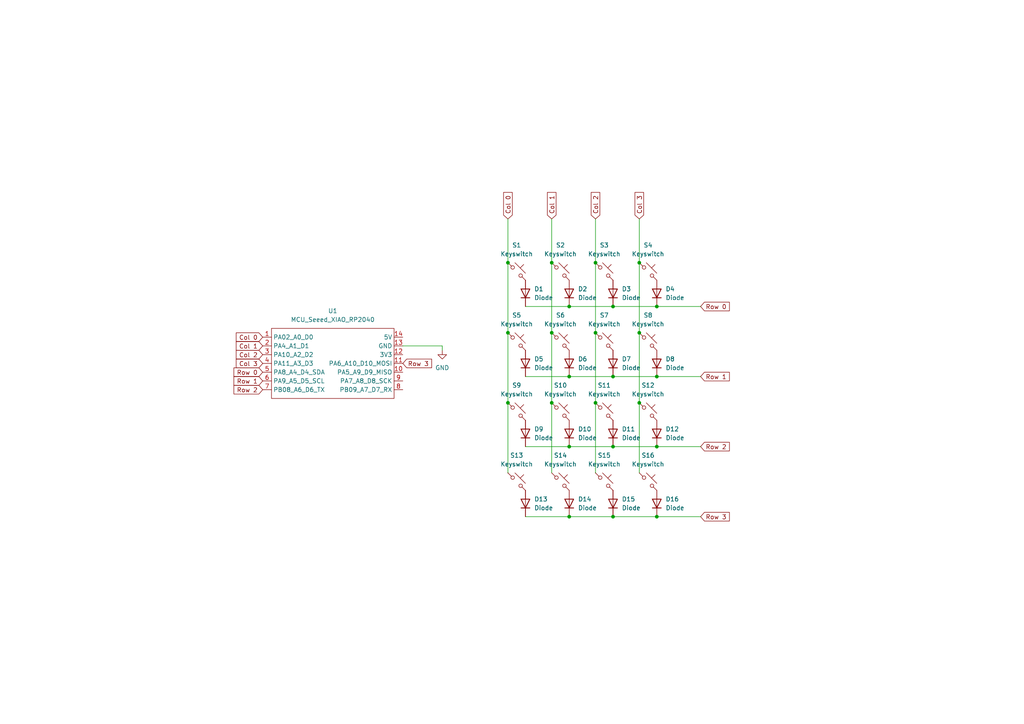
<source format=kicad_sch>
(kicad_sch (version 20231120) (generator "eeschema") (generator_version "8.0")
  (paper "A4")
  (lib_symbols
    (symbol "ScottoKeebs:MCU_Seeed_XIAO_RP2040"
      (property "Reference" "U" (at -16.51 11.43 0))
      (property "Value" "MCU_Seeed_XIAO_RP2040" (at -3.81 -11.43 0))
      (symbol "MCU_Seeed_XIAO_RP2040_0_1"
        (rectangle (start -16.51 10.16) (end 19.05 -10.16))
      )
      (symbol "MCU_Seeed_XIAO_RP2040_1_1"
        (pin passive line (at -19.05 7.62 0) (length 2.54) (name "PA02_A0_D0") (number "1"))
        (pin passive line (at 21.59 -2.54 180) (length 2.54) (name "PA5_A9_D9_MISO") (number "10"))
        (pin passive line (at 21.59 0 180) (length 2.54) (name "PA6_A10_D10_MOSI") (number "11"))
        (pin passive line (at 21.59 2.54 180) (length 2.54) (name "3V3") (number "12"))
        (pin passive line (at 21.59 5.08 180) (length 2.54) (name "GND") (number "13"))
        (pin passive line (at 21.59 7.62 180) (length 2.54) (name "5V") (number "14"))
        (pin passive line (at -19.05 5.08 0) (length 2.54) (name "PA4_A1_D1") (number "2"))
        (pin passive line (at -19.05 2.54 0) (length 2.54) (name "PA10_A2_D2") (number "3"))
        (pin passive line (at -19.05 0 0) (length 2.54) (name "PA11_A3_D3") (number "4"))
        (pin passive line (at -19.05 -2.54 0) (length 2.54) (name "PA8_A4_D4_SDA") (number "5"))
        (pin passive line (at -19.05 -5.08 0) (length 2.54) (name "PA9_A5_D5_SCL") (number "6"))
        (pin passive line (at -19.05 -7.62 0) (length 2.54) (name "PB08_A6_D6_TX") (number "7"))
        (pin passive line (at 21.59 -7.62 180) (length 2.54) (name "PB09_A7_D7_RX") (number "8"))
        (pin passive line (at 21.59 -5.08 180) (length 2.54) (name "PA7_A8_D8_SCK") (number "9"))
      )
    )
    (symbol "ScottoKeebs:Placeholder_Diode" (pin_numbers hide) (pin_names hide)
      (property "Reference" "D" (at 0 2.54 0))
      (property "Value" "Diode" (at 0 -2.54 0))
      (symbol "Placeholder_Diode_0_1"
        (polyline (pts (xy -1.27 1.27) (xy -1.27 -1.27)) (stroke (width 0.254)))
        (polyline (pts (xy 1.27 0) (xy -1.27 0)))
        (polyline (pts (xy 1.27 1.27) (xy 1.27 -1.27) (xy -1.27 0) (xy 1.27 1.27)) (stroke (width 0.254)))
      )
      (symbol "Placeholder_Diode_1_1"
        (pin passive line (at -3.81 0 0) (length 2.54) (name "K") (number "1"))
        (pin passive line (at 3.81 0 180) (length 2.54) (name "A") (number "2"))
      )
    )
    (symbol "ScottoKeebs:Placeholder_Keyswitch" (pin_numbers hide) (pin_names (offset 1.016) hide)
      (property "Reference" "S" (at 3.048 1.016 0))
      (property "Value" "Keyswitch" (at 0 -3.81 0))
      (symbol "Placeholder_Keyswitch_0_1"
        (circle (center -1.1684 1.1684) (radius 0.508))
        (polyline (pts (xy -0.508 2.54) (xy 2.54 -0.508)))
        (polyline (pts (xy 1.016 1.016) (xy 2.032 2.032)))
        (polyline (pts (xy -2.54 2.54) (xy -1.524 1.524) (xy -1.524 1.524)))
        (polyline (pts (xy 1.524 -1.524) (xy 2.54 -2.54) (xy 2.54 -2.54) (xy 2.54 -2.54)))
        (circle (center 1.143 -1.1938) (radius 0.508))
        (pin passive line (at -2.54 2.54 0) (length 0) (name "1") (number "1"))
        (pin passive line (at 2.54 -2.54 180) (length 0) (name "2") (number "2"))
      )
    )
    (symbol "power:GND" (power) (pin_numbers hide) (pin_names (offset 0) hide)
      (property "Value" "GND" (at 0 -3.81 0))
      (symbol "GND_0_1"
        (polyline (pts (xy 0 0) (xy 0 -1.27) (xy 1.27 -1.27) (xy 0 -2.54) (xy -1.27 -1.27) (xy 0 -1.27)))
      )
      (symbol "GND_1_1"
        (pin power_in line (at 0 0 270) (length 0) (name "~") (number "1"))
      )
    )
  )
  (junction (at 147.32 116.84))
  (junction (at 190.5 109.22))
  (junction (at 172.72 76.2))
  (junction (at 160.02 96.52))
  (junction (at 147.32 76.2))
  (junction (at 165.1 149.86))
  (junction (at 172.72 96.52))
  (junction (at 190.5 129.54))
  (junction (at 172.72 116.84))
  (junction (at 177.8 109.22))
  (junction (at 160.02 116.84))
  (junction (at 165.1 109.22))
  (junction (at 160.02 76.2))
  (junction (at 185.42 116.84))
  (junction (at 185.42 76.2))
  (junction (at 177.8 149.86))
  (junction (at 177.8 129.54))
  (junction (at 185.42 96.52))
  (junction (at 177.8 88.9))
  (junction (at 165.1 88.9))
  (junction (at 190.5 88.9))
  (junction (at 147.32 96.52))
  (junction (at 190.5 149.86))
  (junction (at 165.1 129.54))
  (wire (pts (xy 165.1 149.86) (xy 177.8 149.86)))
  (wire (pts (xy 172.72 116.84) (xy 172.72 137.16)))
  (wire (pts (xy 165.1 129.54) (xy 177.8 129.54)))
  (wire (pts (xy 203.2 149.86) (xy 190.5 149.86)))
  (wire (pts (xy 147.32 76.2) (xy 147.32 96.52)))
  (wire (pts (xy 165.1 88.9) (xy 177.8 88.9)))
  (wire (pts (xy 177.8 129.54) (xy 190.5 129.54)))
  (wire (pts (xy 177.8 88.9) (xy 190.5 88.9)))
  (wire (pts (xy 152.4 149.86) (xy 165.1 149.86)))
  (wire (pts (xy 152.4 129.54) (xy 165.1 129.54)))
  (wire (pts (xy 147.32 63.5) (xy 147.32 76.2)))
  (wire (pts (xy 177.8 109.22) (xy 190.5 109.22)))
  (wire (pts (xy 165.1 109.22) (xy 177.8 109.22)))
  (wire (pts (xy 203.2 109.22) (xy 190.5 109.22)))
  (wire (pts (xy 147.32 116.84) (xy 147.32 137.16)))
  (wire (pts (xy 128.27 100.33) (xy 128.27 101.6)))
  (wire (pts (xy 160.02 63.5) (xy 160.02 76.2)))
  (wire (pts (xy 172.72 96.52) (xy 172.72 116.84)))
  (wire (pts (xy 160.02 116.84) (xy 160.02 137.16)))
  (wire (pts (xy 160.02 96.52) (xy 160.02 116.84)))
  (wire (pts (xy 116.84 100.33) (xy 128.27 100.33)))
  (wire (pts (xy 185.42 63.5) (xy 185.42 76.2)))
  (wire (pts (xy 190.5 129.54) (xy 203.2 129.54)))
  (wire (pts (xy 172.72 76.2) (xy 172.72 96.52)))
  (wire (pts (xy 172.72 63.5) (xy 172.72 76.2)))
  (wire (pts (xy 160.02 76.2) (xy 160.02 96.52)))
  (wire (pts (xy 152.4 88.9) (xy 165.1 88.9)))
  (wire (pts (xy 147.32 96.52) (xy 147.32 116.84)))
  (wire (pts (xy 185.42 116.84) (xy 185.42 137.16)))
  (wire (pts (xy 152.4 109.22) (xy 165.1 109.22)))
  (wire (pts (xy 177.8 149.86) (xy 190.5 149.86)))
  (wire (pts (xy 185.42 96.52) (xy 185.42 116.84)))
  (wire (pts (xy 203.2 88.9) (xy 190.5 88.9)))
  (wire (pts (xy 185.42 76.2) (xy 185.42 96.52)))
  (global_label "Col 2" (shape input) (at 76.2 102.87 180) (property "Intersheetrefs" "${INTERSHEET_REFS}" (effects (hide yes))))
  (global_label "Col 1" (shape input) (at 160.02 63.5 90) (property "Intersheetrefs" "${INTERSHEET_REFS}" (effects (hide yes))))
  (global_label "Row 0" (shape input) (at 76.2 107.95 180) (property "Intersheetrefs" "${INTERSHEET_REFS}" (effects (hide yes))))
  (global_label "Col 2" (shape input) (at 172.72 63.5 90) (property "Intersheetrefs" "${INTERSHEET_REFS}" (effects (hide yes))))
  (global_label "Col 3" (shape input) (at 185.42 63.5 90) (property "Intersheetrefs" "${INTERSHEET_REFS}" (effects (hide yes))))
  (global_label "Col 0" (shape input) (at 147.32 63.5 90) (property "Intersheetrefs" "${INTERSHEET_REFS}" (effects (hide yes))))
  (global_label "Row 0" (shape input) (at 203.2 88.9 0) (property "Intersheetrefs" "${INTERSHEET_REFS}" (effects (hide yes))))
  (global_label "Col 1" (shape input) (at 76.2 100.33 180) (property "Intersheetrefs" "${INTERSHEET_REFS}" (effects (hide yes))))
  (global_label "Col 0" (shape input) (at 76.2 97.79 180) (property "Intersheetrefs" "${INTERSHEET_REFS}" (effects (hide yes))))
  (global_label "Col 3" (shape input) (at 76.2 105.41 180) (property "Intersheetrefs" "${INTERSHEET_REFS}" (effects (hide yes))))
  (global_label "Row 1" (shape input) (at 76.2 110.49 180) (property "Intersheetrefs" "${INTERSHEET_REFS}" (effects (hide yes))))
  (global_label "Row 3" (shape input) (at 116.84 105.41 0) (property "Intersheetrefs" "${INTERSHEET_REFS}" (effects (hide yes))))
  (global_label "Row 2" (shape input) (at 76.2 113.03 180) (property "Intersheetrefs" "${INTERSHEET_REFS}" (effects (hide yes))))
  (global_label "Row 3" (shape input) (at 203.2 149.86 0) (property "Intersheetrefs" "${INTERSHEET_REFS}" (effects (hide yes))))
  (global_label "Row 2" (shape input) (at 203.2 129.54 0) (property "Intersheetrefs" "${INTERSHEET_REFS}" (effects (hide yes))))
  (global_label "Row 1" (shape input) (at 203.2 109.22 0) (property "Intersheetrefs" "${INTERSHEET_REFS}" (effects (hide yes))))
  (symbol (lib_id "ScottoKeebs:Placeholder_Keyswitch") (at 162.56 78.74 0) (unit 1)
    (property "Reference" "S2" (at 162.56 71.12 0))
    (property "Value" "Keyswitch" (at 162.56 73.66 0))
    (property "Footprint" "ScottoKeebs_MX:MX_PCB_1.00u" (effects (hide yes)))
    (property "Description" "Push button switch, normally open, two pins, 45° tilted" (effects (hide yes)))
  )
  (symbol (lib_id "ScottoKeebs:Placeholder_Keyswitch") (at 149.86 119.38 0) (unit 1)
    (property "Reference" "S9" (at 149.86 111.76 0))
    (property "Value" "Keyswitch" (at 149.86 114.3 0))
    (property "Footprint" "ScottoKeebs_MX:MX_PCB_1.00u" (effects (hide yes)))
    (property "Description" "Push button switch, normally open, two pins, 45° tilted" (effects (hide yes)))
  )
  (symbol (lib_id "ScottoKeebs:Placeholder_Keyswitch") (at 162.56 139.7 0) (unit 1)
    (property "Reference" "S14" (at 162.56 132.08 0))
    (property "Value" "Keyswitch" (at 162.56 134.62 0))
    (property "Footprint" "ScottoKeebs_MX:MX_PCB_1.00u" (effects (hide yes)))
    (property "Description" "Push button switch, normally open, two pins, 45° tilted" (effects (hide yes)))
  )
  (symbol (lib_id "ScottoKeebs:Placeholder_Diode") (at 152.4 146.05 90) (unit 1)
    (property "Reference" "D13" (at 154.94 144.7799 90) (effects (justify right)))
    (property "Value" "Diode" (at 154.94 147.3199 90) (effects (justify right)))
    (property "Footprint" "ScottoKeebs_Components:Diode_DO-35" (effects (hide yes)))
    (property "Description" "1N4148 (DO-35) or 1N4148W (SOD-123)" (effects (hide yes)))
    (property "Sim.Device" "D" (effects (hide yes)))
    (property "Sim.Pins" "1=K 2=A" (effects (hide yes)))
  )
  (symbol (lib_id "ScottoKeebs:Placeholder_Keyswitch") (at 162.56 99.06 0) (unit 1)
    (property "Reference" "S6" (at 162.56 91.44 0))
    (property "Value" "Keyswitch" (at 162.56 93.98 0))
    (property "Footprint" "ScottoKeebs_MX:MX_PCB_1.00u" (effects (hide yes)))
    (property "Description" "Push button switch, normally open, two pins, 45° tilted" (effects (hide yes)))
  )
  (symbol (lib_id "ScottoKeebs:Placeholder_Keyswitch") (at 187.96 99.06 0) (unit 1)
    (property "Reference" "S8" (at 187.96 91.44 0))
    (property "Value" "Keyswitch" (at 187.96 93.98 0))
    (property "Footprint" "ScottoKeebs_MX:MX_PCB_1.00u" (effects (hide yes)))
    (property "Description" "Push button switch, normally open, two pins, 45° tilted" (effects (hide yes)))
  )
  (symbol (lib_id "ScottoKeebs:Placeholder_Keyswitch") (at 187.96 139.7 0) (unit 1)
    (property "Reference" "S16" (at 187.96 132.08 0))
    (property "Value" "Keyswitch" (at 187.96 134.62 0))
    (property "Footprint" "ScottoKeebs_MX:MX_PCB_1.00u" (effects (hide yes)))
    (property "Description" "Push button switch, normally open, two pins, 45° tilted" (effects (hide yes)))
  )
  (symbol (lib_id "ScottoKeebs:Placeholder_Diode") (at 165.1 125.73 90) (unit 1)
    (property "Reference" "D10" (at 167.64 124.4599 90) (effects (justify right)))
    (property "Value" "Diode" (at 167.64 126.9999 90) (effects (justify right)))
    (property "Footprint" "ScottoKeebs_Components:Diode_DO-35" (effects (hide yes)))
    (property "Description" "1N4148 (DO-35) or 1N4148W (SOD-123)" (effects (hide yes)))
    (property "Sim.Device" "D" (effects (hide yes)))
    (property "Sim.Pins" "1=K 2=A" (effects (hide yes)))
  )
  (symbol (lib_id "ScottoKeebs:MCU_Seeed_XIAO_RP2040") (at 95.25 105.41 0) (unit 1)
    (property "Reference" "U1" (at 96.52 90.17 0))
    (property "Value" "MCU_Seeed_XIAO_RP2040" (at 96.52 92.71 0))
    (property "Footprint" "XIAO_PCB:MOUDLE14P-2.54-21X17.8MM" (effects (hide yes)))
  )
  (symbol (lib_id "ScottoKeebs:Placeholder_Keyswitch") (at 175.26 119.38 0) (unit 1)
    (property "Reference" "S11" (at 175.26 111.76 0))
    (property "Value" "Keyswitch" (at 175.26 114.3 0))
    (property "Footprint" "ScottoKeebs_MX:MX_PCB_1.00u" (effects (hide yes)))
    (property "Description" "Push button switch, normally open, two pins, 45° tilted" (effects (hide yes)))
  )
  (symbol (lib_id "ScottoKeebs:Placeholder_Diode") (at 190.5 85.09 90) (unit 1)
    (property "Reference" "D4" (at 193.04 83.8199 90) (effects (justify right)))
    (property "Value" "Diode" (at 193.04 86.3599 90) (effects (justify right)))
    (property "Footprint" "ScottoKeebs_Components:Diode_DO-35" (effects (hide yes)))
    (property "Description" "1N4148 (DO-35) or 1N4148W (SOD-123)" (effects (hide yes)))
    (property "Sim.Device" "D" (effects (hide yes)))
    (property "Sim.Pins" "1=K 2=A" (effects (hide yes)))
  )
  (symbol (lib_id "ScottoKeebs:Placeholder_Diode") (at 190.5 125.73 90) (unit 1)
    (property "Reference" "D12" (at 193.04 124.4599 90) (effects (justify right)))
    (property "Value" "Diode" (at 193.04 126.9999 90) (effects (justify right)))
    (property "Footprint" "ScottoKeebs_Components:Diode_DO-35" (effects (hide yes)))
    (property "Description" "1N4148 (DO-35) or 1N4148W (SOD-123)" (effects (hide yes)))
    (property "Sim.Device" "D" (effects (hide yes)))
    (property "Sim.Pins" "1=K 2=A" (effects (hide yes)))
  )
  (symbol (lib_id "power:GND") (at 128.27 101.6 0) (unit 1)
    (property "Reference" "#PWR01" (effects (hide yes)))
    (property "Value" "GND" (at 128.27 106.68 0))
    (property "Description" "Power symbol creates a global label with name \"GND\" , ground" (effects (hide yes)))
  )
  (symbol (lib_id "ScottoKeebs:Placeholder_Diode") (at 152.4 105.41 90) (unit 1)
    (property "Reference" "D5" (at 154.94 104.1399 90) (effects (justify right)))
    (property "Value" "Diode" (at 154.94 106.6799 90) (effects (justify right)))
    (property "Footprint" "ScottoKeebs_Components:Diode_DO-35" (effects (hide yes)))
    (property "Description" "1N4148 (DO-35) or 1N4148W (SOD-123)" (effects (hide yes)))
    (property "Sim.Device" "D" (effects (hide yes)))
    (property "Sim.Pins" "1=K 2=A" (effects (hide yes)))
  )
  (symbol (lib_id "ScottoKeebs:Placeholder_Diode") (at 177.8 105.41 90) (unit 1)
    (property "Reference" "D7" (at 180.34 104.1399 90) (effects (justify right)))
    (property "Value" "Diode" (at 180.34 106.6799 90) (effects (justify right)))
    (property "Footprint" "ScottoKeebs_Components:Diode_DO-35" (effects (hide yes)))
    (property "Description" "1N4148 (DO-35) or 1N4148W (SOD-123)" (effects (hide yes)))
    (property "Sim.Device" "D" (effects (hide yes)))
    (property "Sim.Pins" "1=K 2=A" (effects (hide yes)))
  )
  (symbol (lib_id "ScottoKeebs:Placeholder_Keyswitch") (at 162.56 119.38 0) (unit 1)
    (property "Reference" "S10" (at 162.56 111.76 0))
    (property "Value" "Keyswitch" (at 162.56 114.3 0))
    (property "Footprint" "ScottoKeebs_MX:MX_PCB_1.00u" (effects (hide yes)))
    (property "Description" "Push button switch, normally open, two pins, 45° tilted" (effects (hide yes)))
  )
  (symbol (lib_id "ScottoKeebs:Placeholder_Diode") (at 177.8 146.05 90) (unit 1)
    (property "Reference" "D15" (at 180.34 144.7799 90) (effects (justify right)))
    (property "Value" "Diode" (at 180.34 147.3199 90) (effects (justify right)))
    (property "Footprint" "ScottoKeebs_Components:Diode_DO-35" (effects (hide yes)))
    (property "Description" "1N4148 (DO-35) or 1N4148W (SOD-123)" (effects (hide yes)))
    (property "Sim.Device" "D" (effects (hide yes)))
    (property "Sim.Pins" "1=K 2=A" (effects (hide yes)))
  )
  (symbol (lib_id "ScottoKeebs:Placeholder_Diode") (at 177.8 85.09 90) (unit 1)
    (property "Reference" "D3" (at 180.34 83.8199 90) (effects (justify right)))
    (property "Value" "Diode" (at 180.34 86.3599 90) (effects (justify right)))
    (property "Footprint" "ScottoKeebs_Components:Diode_DO-35" (effects (hide yes)))
    (property "Description" "1N4148 (DO-35) or 1N4148W (SOD-123)" (effects (hide yes)))
    (property "Sim.Device" "D" (effects (hide yes)))
    (property "Sim.Pins" "1=K 2=A" (effects (hide yes)))
  )
  (symbol (lib_id "ScottoKeebs:Placeholder_Diode") (at 152.4 125.73 90) (unit 1)
    (property "Reference" "D9" (at 154.94 124.4599 90) (effects (justify right)))
    (property "Value" "Diode" (at 154.94 126.9999 90) (effects (justify right)))
    (property "Footprint" "ScottoKeebs_Components:Diode_DO-35" (effects (hide yes)))
    (property "Description" "1N4148 (DO-35) or 1N4148W (SOD-123)" (effects (hide yes)))
    (property "Sim.Device" "D" (effects (hide yes)))
    (property "Sim.Pins" "1=K 2=A" (effects (hide yes)))
  )
  (symbol (lib_id "ScottoKeebs:Placeholder_Diode") (at 190.5 105.41 90) (unit 1)
    (property "Reference" "D8" (at 193.04 104.1399 90) (effects (justify right)))
    (property "Value" "Diode" (at 193.04 106.6799 90) (effects (justify right)))
    (property "Footprint" "ScottoKeebs_Components:Diode_DO-35" (effects (hide yes)))
    (property "Description" "1N4148 (DO-35) or 1N4148W (SOD-123)" (effects (hide yes)))
    (property "Sim.Device" "D" (effects (hide yes)))
    (property "Sim.Pins" "1=K 2=A" (effects (hide yes)))
  )
  (symbol (lib_id "ScottoKeebs:Placeholder_Diode") (at 152.4 85.09 90) (unit 1)
    (property "Reference" "D1" (at 154.94 83.8199 90) (effects (justify right)))
    (property "Value" "Diode" (at 154.94 86.3599 90) (effects (justify right)))
    (property "Footprint" "ScottoKeebs_Components:Diode_DO-35" (effects (hide yes)))
    (property "Description" "1N4148 (DO-35) or 1N4148W (SOD-123)" (effects (hide yes)))
    (property "Sim.Device" "D" (effects (hide yes)))
    (property "Sim.Pins" "1=K 2=A" (effects (hide yes)))
  )
  (symbol (lib_id "ScottoKeebs:Placeholder_Keyswitch") (at 175.26 99.06 0) (unit 1)
    (property "Reference" "S7" (at 175.26 91.44 0))
    (property "Value" "Keyswitch" (at 175.26 93.98 0))
    (property "Footprint" "ScottoKeebs_MX:MX_PCB_1.00u" (effects (hide yes)))
    (property "Description" "Push button switch, normally open, two pins, 45° tilted" (effects (hide yes)))
  )
  (symbol (lib_id "ScottoKeebs:Placeholder_Keyswitch") (at 175.26 139.7 0) (unit 1)
    (property "Reference" "S15" (at 175.26 132.08 0))
    (property "Value" "Keyswitch" (at 175.26 134.62 0))
    (property "Footprint" "ScottoKeebs_MX:MX_PCB_1.00u" (effects (hide yes)))
    (property "Description" "Push button switch, normally open, two pins, 45° tilted" (effects (hide yes)))
  )
  (symbol (lib_id "ScottoKeebs:Placeholder_Diode") (at 165.1 105.41 90) (unit 1)
    (property "Reference" "D6" (at 167.64 104.1399 90) (effects (justify right)))
    (property "Value" "Diode" (at 167.64 106.6799 90) (effects (justify right)))
    (property "Footprint" "ScottoKeebs_Components:Diode_DO-35" (effects (hide yes)))
    (property "Description" "1N4148 (DO-35) or 1N4148W (SOD-123)" (effects (hide yes)))
    (property "Sim.Device" "D" (effects (hide yes)))
    (property "Sim.Pins" "1=K 2=A" (effects (hide yes)))
  )
  (symbol (lib_id "ScottoKeebs:Placeholder_Diode") (at 165.1 85.09 90) (unit 1)
    (property "Reference" "D2" (at 167.64 83.8199 90) (effects (justify right)))
    (property "Value" "Diode" (at 167.64 86.3599 90) (effects (justify right)))
    (property "Footprint" "ScottoKeebs_Components:Diode_DO-35" (effects (hide yes)))
    (property "Description" "1N4148 (DO-35) or 1N4148W (SOD-123)" (effects (hide yes)))
    (property "Sim.Device" "D" (effects (hide yes)))
    (property "Sim.Pins" "1=K 2=A" (effects (hide yes)))
  )
  (symbol (lib_id "ScottoKeebs:Placeholder_Keyswitch") (at 149.86 99.06 0) (unit 1)
    (property "Reference" "S5" (at 149.86 91.44 0))
    (property "Value" "Keyswitch" (at 149.86 93.98 0))
    (property "Footprint" "ScottoKeebs_MX:MX_PCB_1.00u" (effects (hide yes)))
    (property "Description" "Push button switch, normally open, two pins, 45° tilted" (effects (hide yes)))
  )
  (symbol (lib_id "ScottoKeebs:Placeholder_Keyswitch") (at 175.26 78.74 0) (unit 1)
    (property "Reference" "S3" (at 175.26 71.12 0))
    (property "Value" "Keyswitch" (at 175.26 73.66 0))
    (property "Footprint" "ScottoKeebs_MX:MX_PCB_1.00u" (effects (hide yes)))
    (property "Description" "Push button switch, normally open, two pins, 45° tilted" (effects (hide yes)))
  )
  (symbol (lib_id "ScottoKeebs:Placeholder_Keyswitch") (at 149.86 78.74 0) (unit 1)
    (property "Reference" "S1" (at 149.86 71.12 0))
    (property "Value" "Keyswitch" (at 149.86 73.66 0))
    (property "Footprint" "ScottoKeebs_MX:MX_PCB_1.00u" (effects (hide yes)))
    (property "Description" "Push button switch, normally open, two pins, 45° tilted" (effects (hide yes)))
  )
  (symbol (lib_id "ScottoKeebs:Placeholder_Keyswitch") (at 187.96 119.38 0) (unit 1)
    (property "Reference" "S12" (at 187.96 111.76 0))
    (property "Value" "Keyswitch" (at 187.96 114.3 0))
    (property "Footprint" "ScottoKeebs_MX:MX_PCB_1.00u" (effects (hide yes)))
    (property "Description" "Push button switch, normally open, two pins, 45° tilted" (effects (hide yes)))
  )
  (symbol (lib_id "ScottoKeebs:Placeholder_Keyswitch") (at 149.86 139.7 0) (unit 1)
    (property "Reference" "S13" (at 149.86 132.08 0))
    (property "Value" "Keyswitch" (at 149.86 134.62 0))
    (property "Footprint" "ScottoKeebs_MX:MX_PCB_1.00u" (effects (hide yes)))
    (property "Description" "Push button switch, normally open, two pins, 45° tilted" (effects (hide yes)))
  )
  (symbol (lib_id "ScottoKeebs:Placeholder_Diode") (at 190.5 146.05 90) (unit 1)
    (property "Reference" "D16" (at 193.04 144.7799 90) (effects (justify right)))
    (property "Value" "Diode" (at 193.04 147.3199 90) (effects (justify right)))
    (property "Footprint" "ScottoKeebs_Components:Diode_DO-35" (effects (hide yes)))
    (property "Description" "1N4148 (DO-35) or 1N4148W (SOD-123)" (effects (hide yes)))
    (property "Sim.Device" "D" (effects (hide yes)))
    (property "Sim.Pins" "1=K 2=A" (effects (hide yes)))
  )
  (symbol (lib_id "ScottoKeebs:Placeholder_Diode") (at 165.1 146.05 90) (unit 1)
    (property "Reference" "D14" (at 167.64 144.7799 90) (effects (justify right)))
    (property "Value" "Diode" (at 167.64 147.3199 90) (effects (justify right)))
    (property "Footprint" "ScottoKeebs_Components:Diode_DO-35" (effects (hide yes)))
    (property "Description" "1N4148 (DO-35) or 1N4148W (SOD-123)" (effects (hide yes)))
    (property "Sim.Device" "D" (effects (hide yes)))
    (property "Sim.Pins" "1=K 2=A" (effects (hide yes)))
  )
  (symbol (lib_id "ScottoKeebs:Placeholder_Keyswitch") (at 187.96 78.74 0) (unit 1)
    (property "Reference" "S4" (at 187.96 71.12 0))
    (property "Value" "Keyswitch" (at 187.96 73.66 0))
    (property "Footprint" "ScottoKeebs_MX:MX_PCB_1.00u" (effects (hide yes)))
    (property "Description" "Push button switch, normally open, two pins, 45° tilted" (effects (hide yes)))
  )
  (symbol (lib_id "ScottoKeebs:Placeholder_Diode") (at 177.8 125.73 90) (unit 1)
    (property "Reference" "D11" (at 180.34 124.4599 90) (effects (justify right)))
    (property "Value" "Diode" (at 180.34 126.9999 90) (effects (justify right)))
    (property "Footprint" "ScottoKeebs_Components:Diode_DO-35" (effects (hide yes)))
    (property "Description" "1N4148 (DO-35) or 1N4148W (SOD-123)" (effects (hide yes)))
    (property "Sim.Device" "D" (effects (hide yes)))
    (property "Sim.Pins" "1=K 2=A" (effects (hide yes)))
  )
)
</source>
